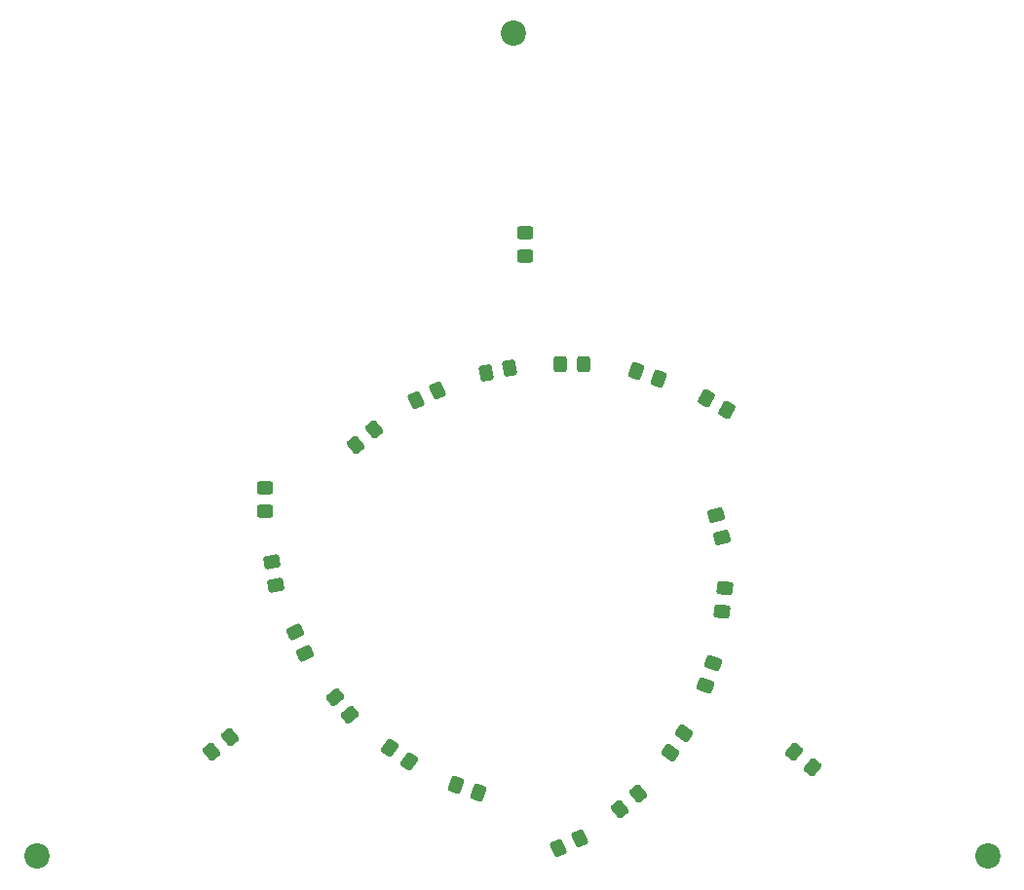
<source format=gts>
%TF.GenerationSoftware,KiCad,Pcbnew,(6.0.5)*%
%TF.CreationDate,2022-11-29T16:25:59+01:00*%
%TF.ProjectId,sublink,7375626c-696e-46b2-9e6b-696361645f70,rev?*%
%TF.SameCoordinates,Original*%
%TF.FileFunction,Soldermask,Top*%
%TF.FilePolarity,Negative*%
%FSLAX46Y46*%
G04 Gerber Fmt 4.6, Leading zero omitted, Abs format (unit mm)*
G04 Created by KiCad (PCBNEW (6.0.5)) date 2022-11-29 16:25:59*
%MOMM*%
%LPD*%
G01*
G04 APERTURE LIST*
G04 Aperture macros list*
%AMRoundRect*
0 Rectangle with rounded corners*
0 $1 Rounding radius*
0 $2 $3 $4 $5 $6 $7 $8 $9 X,Y pos of 4 corners*
0 Add a 4 corners polygon primitive as box body*
4,1,4,$2,$3,$4,$5,$6,$7,$8,$9,$2,$3,0*
0 Add four circle primitives for the rounded corners*
1,1,$1+$1,$2,$3*
1,1,$1+$1,$4,$5*
1,1,$1+$1,$6,$7*
1,1,$1+$1,$8,$9*
0 Add four rect primitives between the rounded corners*
20,1,$1+$1,$2,$3,$4,$5,0*
20,1,$1+$1,$4,$5,$6,$7,0*
20,1,$1+$1,$6,$7,$8,$9,0*
20,1,$1+$1,$8,$9,$2,$3,0*%
G04 Aperture macros list end*
%ADD10RoundRect,0.250000X0.450000X-0.325000X0.450000X0.325000X-0.450000X0.325000X-0.450000X-0.325000X0*%
%ADD11RoundRect,0.250000X0.182206X-0.524334X0.555031X0.008115X-0.182206X0.524334X-0.555031X-0.008115X0*%
%ADD12RoundRect,0.250000X0.506458X0.227211X-0.056458X0.552211X-0.506458X-0.227211X0.056458X-0.552211X0*%
%ADD13RoundRect,0.250000X-0.040290X0.553626X-0.538219X0.135814X0.040290X-0.553626X0.538219X-0.135814X0*%
%ADD14RoundRect,0.250000X-0.524334X-0.182206X0.008115X-0.555031X0.524334X0.182206X-0.008115X0.555031X0*%
%ADD15RoundRect,0.250000X0.518783X-0.197457X0.350550X0.430394X-0.518783X0.197457X-0.350550X-0.430394X0*%
%ADD16RoundRect,0.250000X-0.450000X0.325000X-0.450000X-0.325000X0.450000X-0.325000X0.450000X0.325000X0*%
%ADD17RoundRect,0.250000X0.241921X0.499599X-0.398204X0.386728X-0.241921X-0.499599X0.398204X-0.386728X0*%
%ADD18RoundRect,0.250000X0.325000X0.450000X-0.325000X0.450000X-0.325000X-0.450000X0.325000X-0.450000X0*%
%ADD19RoundRect,0.250000X0.311705X-0.459309X0.534018X0.151491X-0.311705X0.459309X-0.534018X-0.151491X0*%
%ADD20RoundRect,0.250000X0.104372X0.545189X-0.484728X0.270488X-0.104372X-0.545189X0.484728X-0.270488X0*%
%ADD21RoundRect,0.250000X-0.459309X-0.311705X0.151491X-0.534018X0.459309X0.311705X-0.151491X0.534018X0*%
%ADD22RoundRect,0.250000X-0.545189X0.104372X-0.270488X-0.484728X0.545189X-0.104372X0.270488X0.484728X0*%
%ADD23RoundRect,0.250000X0.419962X-0.362983X0.476613X0.284543X-0.419962X0.362983X-0.476613X-0.284543X0*%
%ADD24RoundRect,0.250000X-0.104372X-0.545189X0.484728X-0.270488X0.104372X0.545189X-0.484728X0.270488X0*%
%ADD25RoundRect,0.250000X-0.538219X-0.135814X-0.040290X-0.553626X0.538219X0.135814X0.040290X0.553626X0*%
%ADD26RoundRect,0.250000X0.040290X-0.553626X0.538219X-0.135814X-0.040290X0.553626X-0.538219X0.135814X0*%
%ADD27RoundRect,0.250000X-0.553626X-0.040290X-0.135814X-0.538219X0.553626X0.040290X0.135814X0.538219X0*%
%ADD28C,2.200000*%
%ADD29RoundRect,0.250000X0.459309X0.311705X-0.151491X0.534018X-0.459309X-0.311705X0.151491X-0.534018X0*%
%ADD30RoundRect,0.250000X-0.499599X0.241921X-0.386728X-0.398204X0.499599X-0.241921X0.386728X0.398204X0*%
G04 APERTURE END LIST*
D10*
X174214844Y-71308909D03*
X174214844Y-69258909D03*
D11*
X186852157Y-114435701D03*
X188027989Y-112756439D03*
D12*
X191777401Y-84695990D03*
X190002049Y-83670990D03*
D13*
X161109175Y-86399553D03*
X159538783Y-87717267D03*
D14*
X162496279Y-114012794D03*
X164175541Y-115188626D03*
D15*
X191381529Y-95794236D03*
X190850949Y-93814088D03*
D16*
X151659523Y-91409023D03*
X151659523Y-93459023D03*
D17*
X172869396Y-81052817D03*
X170850540Y-81408795D03*
D18*
X179360233Y-80664294D03*
X177310233Y-80664294D03*
D19*
X189880157Y-108593332D03*
X190581299Y-106666962D03*
D20*
X166652355Y-82940615D03*
X164794425Y-83806983D03*
D21*
X168256460Y-117248748D03*
X170182830Y-117949890D03*
D22*
X154225987Y-103991135D03*
X155092355Y-105849065D03*
D23*
X191385462Y-102218340D03*
X191564132Y-100176140D03*
D24*
X177138072Y-122779465D03*
X178996002Y-121913097D03*
D25*
X197622954Y-114386799D03*
X199193346Y-115704513D03*
D26*
X182482014Y-119337959D03*
X184052406Y-118020245D03*
D27*
X157693641Y-109633934D03*
X159011355Y-111204326D03*
D28*
X214420000Y-123462000D03*
X131830000Y-123432000D03*
D13*
X148587965Y-113092423D03*
X147017573Y-114410137D03*
D28*
X173230000Y-51922000D03*
D29*
X185804798Y-81951360D03*
X183878428Y-81250218D03*
D30*
X152247286Y-97882429D03*
X152603264Y-99901285D03*
M02*

</source>
